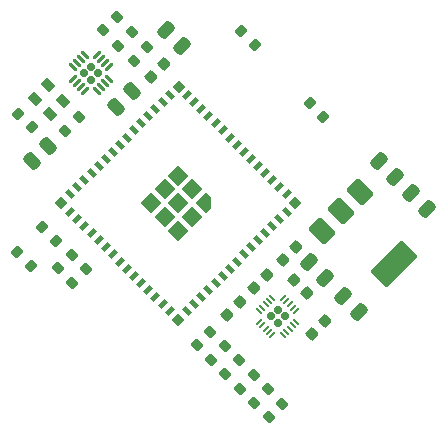
<source format=gbr>
%TF.GenerationSoftware,KiCad,Pcbnew,(6.0.8)*%
%TF.CreationDate,2022-10-29T03:41:05+02:00*%
%TF.ProjectId,view_base,76696577-5f62-4617-9365-2e6b69636164,rev?*%
%TF.SameCoordinates,Original*%
%TF.FileFunction,Paste,Bot*%
%TF.FilePolarity,Positive*%
%FSLAX46Y46*%
G04 Gerber Fmt 4.6, Leading zero omitted, Abs format (unit mm)*
G04 Created by KiCad (PCBNEW (6.0.8)) date 2022-10-29 03:41:05*
%MOMM*%
%LPD*%
G01*
G04 APERTURE LIST*
G04 Aperture macros list*
%AMRoundRect*
0 Rectangle with rounded corners*
0 $1 Rounding radius*
0 $2 $3 $4 $5 $6 $7 $8 $9 X,Y pos of 4 corners*
0 Add a 4 corners polygon primitive as box body*
4,1,4,$2,$3,$4,$5,$6,$7,$8,$9,$2,$3,0*
0 Add four circle primitives for the rounded corners*
1,1,$1+$1,$2,$3*
1,1,$1+$1,$4,$5*
1,1,$1+$1,$6,$7*
1,1,$1+$1,$8,$9*
0 Add four rect primitives between the rounded corners*
20,1,$1+$1,$2,$3,$4,$5,0*
20,1,$1+$1,$4,$5,$6,$7,0*
20,1,$1+$1,$6,$7,$8,$9,0*
20,1,$1+$1,$8,$9,$2,$3,0*%
%AMRotRect*
0 Rectangle, with rotation*
0 The origin of the aperture is its center*
0 $1 length*
0 $2 width*
0 $3 Rotation angle, in degrees counterclockwise*
0 Add horizontal line*
21,1,$1,$2,0,0,$3*%
%AMFreePoly0*
4,1,6,0.600000,-0.600000,0.000000,-0.600000,-0.600000,0.000000,-0.600000,0.600000,0.600000,0.600000,0.600000,-0.600000,0.600000,-0.600000,$1*%
G04 Aperture macros list end*
%ADD10RoundRect,0.200000X-0.053033X0.335876X-0.335876X0.053033X0.053033X-0.335876X0.335876X-0.053033X0*%
%ADD11RoundRect,0.200000X-0.335876X-0.053033X-0.053033X-0.335876X0.335876X0.053033X0.053033X0.335876X0*%
%ADD12RoundRect,0.225000X-0.017678X0.335876X-0.335876X0.017678X0.017678X-0.335876X0.335876X-0.017678X0*%
%ADD13RoundRect,0.200000X0.335876X0.053033X0.053033X0.335876X-0.335876X-0.053033X-0.053033X-0.335876X0*%
%ADD14RoundRect,0.200000X0.053033X-0.335876X0.335876X-0.053033X-0.053033X0.335876X-0.335876X0.053033X0*%
%ADD15RoundRect,0.250000X0.512652X0.159099X0.159099X0.512652X-0.512652X-0.159099X-0.159099X-0.512652X0*%
%ADD16RoundRect,0.225000X0.017678X-0.335876X0.335876X-0.017678X-0.017678X0.335876X-0.335876X0.017678X0*%
%ADD17RotRect,0.400000X0.800000X45.000000*%
%ADD18RotRect,0.400000X0.800000X135.000000*%
%ADD19RotRect,1.200000X1.200000X135.000000*%
%ADD20RotRect,0.800000X0.800000X315.000000*%
%ADD21FreePoly0,135.000000*%
%ADD22RoundRect,0.150000X0.212132X0.000000X0.000000X0.212132X-0.212132X0.000000X0.000000X-0.212132X0*%
%ADD23RoundRect,0.050000X0.247487X-0.176777X-0.176777X0.247487X-0.247487X0.176777X0.176777X-0.247487X0*%
%ADD24RoundRect,0.050000X0.247487X0.176777X0.176777X0.247487X-0.247487X-0.176777X-0.176777X-0.247487X0*%
%ADD25RoundRect,0.160000X0.226274X0.000000X0.000000X0.226274X-0.226274X0.000000X0.000000X-0.226274X0*%
%ADD26RoundRect,0.062500X0.309359X-0.220971X-0.220971X0.309359X-0.309359X0.220971X0.220971X-0.309359X0*%
%ADD27RoundRect,0.062500X0.309359X0.220971X0.220971X0.309359X-0.309359X-0.220971X-0.220971X-0.309359X0*%
%ADD28RotRect,0.820000X1.000000X45.000000*%
%ADD29RoundRect,0.250000X-0.883883X0.176777X0.176777X-0.883883X0.883883X-0.176777X-0.176777X0.883883X0*%
%ADD30RoundRect,0.250000X-1.697056X-0.636396X-0.636396X-1.697056X1.697056X0.636396X0.636396X1.697056X0*%
%ADD31RoundRect,0.250000X-0.159099X0.512652X-0.512652X0.159099X0.159099X-0.512652X0.512652X-0.159099X0*%
%ADD32RoundRect,0.225000X0.335876X0.017678X0.017678X0.335876X-0.335876X-0.017678X-0.017678X-0.335876X0*%
%ADD33RoundRect,0.250000X0.159099X-0.512652X0.512652X-0.159099X-0.159099X0.512652X-0.512652X0.159099X0*%
%ADD34RotRect,0.820000X1.000000X225.000000*%
%ADD35RoundRect,0.250000X-0.512652X-0.159099X-0.159099X-0.512652X0.512652X0.159099X0.159099X0.512652X0*%
G04 APERTURE END LIST*
D10*
%TO.C,R3*%
X106363604Y-62530330D03*
X105196878Y-63697056D03*
%TD*%
D11*
%TO.C,R13*%
X86335164Y-52154249D03*
X87501890Y-53320975D03*
%TD*%
D12*
%TO.C,C6*%
X109948008Y-51685444D03*
X108851992Y-52781460D03*
%TD*%
D13*
%TO.C,R10*%
X106483363Y-34583363D03*
X105316637Y-33416637D03*
%TD*%
D10*
%TO.C,R1*%
X108803122Y-64969848D03*
X107636396Y-66136574D03*
%TD*%
D14*
%TO.C,R16*%
X96216637Y-35983363D03*
X97383363Y-34816637D03*
%TD*%
D15*
%TO.C,C5*%
X121071751Y-48505203D03*
X119728249Y-47161701D03*
%TD*%
D16*
%TO.C,C4*%
X97666550Y-37322686D03*
X98762566Y-36226670D03*
%TD*%
D10*
%TO.C,R9*%
X105143847Y-61310572D03*
X103977121Y-62477298D03*
%TD*%
D12*
%TO.C,C13*%
X105207449Y-56407627D03*
X104111433Y-57503643D03*
%TD*%
D17*
%TO.C,U2*%
X109157033Y-48742462D03*
X108555992Y-49343503D03*
X107954951Y-49944544D03*
X107353911Y-50545584D03*
X106752870Y-51146625D03*
X106151829Y-51747666D03*
X105550788Y-52348707D03*
X104949747Y-52949747D03*
X104348707Y-53550788D03*
X103747666Y-54151829D03*
X103146625Y-54752870D03*
X102545584Y-55353911D03*
X101944544Y-55954951D03*
X101343503Y-56555992D03*
X100742462Y-57157033D03*
D18*
X99257538Y-57157033D03*
X98656497Y-56555992D03*
X98055456Y-55954951D03*
X97454416Y-55353911D03*
X96853375Y-54752870D03*
X96252334Y-54151829D03*
X95651293Y-53550788D03*
X95050253Y-52949747D03*
X94449212Y-52348707D03*
X93848171Y-51747666D03*
X93247130Y-51146625D03*
X92646089Y-50545584D03*
X92045049Y-49944544D03*
X91444008Y-49343503D03*
X90842967Y-48742462D03*
D17*
X90842967Y-47257538D03*
X91444008Y-46656497D03*
X92045049Y-46055456D03*
X92646089Y-45454416D03*
X93247130Y-44853375D03*
X93848171Y-44252334D03*
X94449212Y-43651293D03*
X95050253Y-43050253D03*
X95651293Y-42449212D03*
X96252334Y-41848171D03*
X96853375Y-41247130D03*
X97454416Y-40646089D03*
X98055456Y-40045049D03*
X98656497Y-39444008D03*
X99257538Y-38842967D03*
D18*
X107954951Y-46055456D03*
D19*
X101166726Y-49166726D03*
D18*
X102545584Y-40646089D03*
D19*
X100000000Y-48000000D03*
D20*
X109899495Y-48000000D03*
D18*
X104348707Y-42449212D03*
X106151829Y-44252334D03*
D20*
X90100505Y-48000000D03*
D18*
X100742462Y-38842967D03*
X101343503Y-39444008D03*
D19*
X98833274Y-49166726D03*
X100000000Y-50333452D03*
D18*
X107353911Y-45454416D03*
D21*
X102333452Y-48000000D03*
D18*
X109157033Y-47257538D03*
X104949747Y-43050253D03*
D19*
X101166726Y-46833274D03*
D20*
X100035355Y-38135860D03*
D19*
X100000000Y-45666548D03*
D20*
X100000000Y-57899495D03*
D18*
X103146625Y-41247130D03*
D19*
X98833274Y-46833274D03*
D18*
X105550788Y-43651293D03*
X108555992Y-46656497D03*
X106752870Y-44853375D03*
D19*
X97666548Y-48000000D03*
D18*
X103747666Y-41848171D03*
X101944544Y-40045049D03*
%TD*%
D10*
%TO.C,R7*%
X92168791Y-53568465D03*
X91002065Y-54735191D03*
%TD*%
D22*
%TO.C,U4*%
X108407107Y-57012203D03*
X108986935Y-57592031D03*
X107827279Y-57592031D03*
X108407107Y-58171859D03*
D23*
X109998097Y-58051650D03*
X109715255Y-58334493D03*
X109432412Y-58617336D03*
X109149569Y-58900179D03*
X108866726Y-59183021D03*
D24*
X107947488Y-59183021D03*
X107664645Y-58900179D03*
X107381802Y-58617336D03*
X107098959Y-58334493D03*
X106816117Y-58051650D03*
D23*
X106816117Y-57132412D03*
X107098959Y-56849569D03*
X107381802Y-56566726D03*
X107664645Y-56283883D03*
X107947488Y-56001041D03*
D24*
X108866726Y-56001041D03*
X109149569Y-56283883D03*
X109432412Y-56566726D03*
X109715255Y-56849569D03*
X109998097Y-57132412D03*
%TD*%
D10*
%TO.C,R11*%
X103924086Y-60090812D03*
X102757360Y-61257538D03*
%TD*%
D15*
%TO.C,C2*%
X115271751Y-57205203D03*
X113928249Y-55861701D03*
%TD*%
%TO.C,C8*%
X100271751Y-34671751D03*
X98928249Y-33328249D03*
%TD*%
D10*
%TO.C,R2*%
X107583363Y-63750089D03*
X106416637Y-64916815D03*
%TD*%
D12*
%TO.C,C11*%
X112384585Y-57998621D03*
X111288569Y-59094637D03*
%TD*%
D14*
%TO.C,R15*%
X93616637Y-33383363D03*
X94783363Y-32216637D03*
%TD*%
D25*
%TO.C,U3*%
X92034315Y-37000000D03*
X92600000Y-36434315D03*
X92600000Y-37565685D03*
X93165685Y-37000000D03*
D26*
X94146796Y-37486136D03*
X93793243Y-37839689D03*
X93439689Y-38193243D03*
X93086136Y-38546796D03*
D27*
X92113864Y-38546796D03*
X91760311Y-38193243D03*
X91406757Y-37839689D03*
X91053204Y-37486136D03*
D26*
X91053204Y-36513864D03*
X91406757Y-36160311D03*
X91760311Y-35806757D03*
X92113864Y-35453204D03*
D27*
X93086136Y-35453204D03*
X93439689Y-35806757D03*
X93793243Y-36160311D03*
X94146796Y-36513864D03*
%TD*%
D28*
%TO.C,LED2*%
X89134315Y-40465685D03*
X90265685Y-39334315D03*
%TD*%
D11*
%TO.C,R5*%
X111116637Y-39516637D03*
X112283363Y-40683363D03*
%TD*%
D29*
%TO.C,REF\u002A\u002A*%
X112146268Y-50332411D03*
D30*
X118227386Y-53160838D03*
D29*
X113772614Y-48706066D03*
X115398959Y-47079720D03*
%TD*%
D16*
%TO.C,C14*%
X106391852Y-55223223D03*
X107487868Y-54127207D03*
%TD*%
D15*
%TO.C,C9*%
X112419936Y-54357017D03*
X111076434Y-53013515D03*
%TD*%
D14*
%TO.C,R6*%
X89799983Y-53533110D03*
X90966709Y-52366384D03*
%TD*%
D31*
%TO.C,C12*%
X96071751Y-38528249D03*
X94728249Y-39871751D03*
%TD*%
D32*
%TO.C,C10*%
X110881980Y-55647490D03*
X109785964Y-54551474D03*
%TD*%
D10*
%TO.C,R12*%
X102704325Y-58871050D03*
X101537599Y-60037776D03*
%TD*%
D11*
%TO.C,R8*%
X88456484Y-50032931D03*
X89623210Y-51199657D03*
%TD*%
D33*
%TO.C,C7*%
X87628249Y-44471751D03*
X88971751Y-43128249D03*
%TD*%
D10*
%TO.C,R18*%
X91583363Y-40716637D03*
X90416637Y-41883363D03*
%TD*%
D34*
%TO.C,LED1*%
X88965685Y-38034315D03*
X87834315Y-39165685D03*
%TD*%
D13*
%TO.C,R17*%
X87583363Y-41583363D03*
X86416637Y-40416637D03*
%TD*%
D35*
%TO.C,C1*%
X117028249Y-44461701D03*
X118371751Y-45805203D03*
%TD*%
D14*
%TO.C,R14*%
X94916637Y-34683363D03*
X96083363Y-33516637D03*
%TD*%
M02*

</source>
